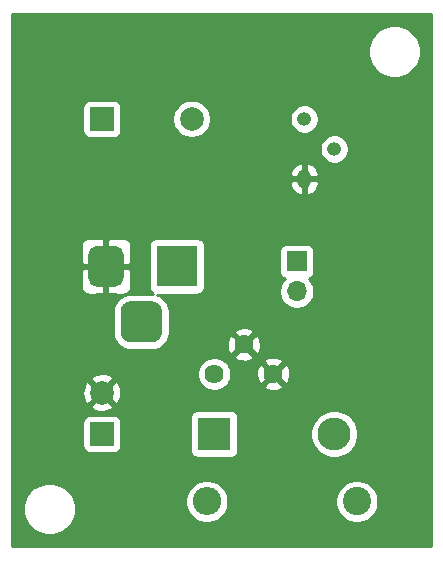
<source format=gbr>
%TF.GenerationSoftware,KiCad,Pcbnew,(5.1.10)-1*%
%TF.CreationDate,2021-10-26T01:17:56+07:00*%
%TF.ProjectId,first,66697273-742e-46b6-9963-61645f706362,rev?*%
%TF.SameCoordinates,Original*%
%TF.FileFunction,Copper,L1,Top*%
%TF.FilePolarity,Positive*%
%FSLAX46Y46*%
G04 Gerber Fmt 4.6, Leading zero omitted, Abs format (unit mm)*
G04 Created by KiCad (PCBNEW (5.1.10)-1) date 2021-10-26 01:17:56*
%MOMM*%
%LPD*%
G01*
G04 APERTURE LIST*
%TA.AperFunction,ComponentPad*%
%ADD10O,1.700000X1.700000*%
%TD*%
%TA.AperFunction,ComponentPad*%
%ADD11R,1.700000X1.700000*%
%TD*%
%TA.AperFunction,ComponentPad*%
%ADD12R,2.000000X2.000000*%
%TD*%
%TA.AperFunction,ComponentPad*%
%ADD13C,2.000000*%
%TD*%
%TA.AperFunction,ComponentPad*%
%ADD14R,2.800000X2.800000*%
%TD*%
%TA.AperFunction,ComponentPad*%
%ADD15O,2.800000X2.800000*%
%TD*%
%TA.AperFunction,ComponentPad*%
%ADD16R,3.500000X3.500000*%
%TD*%
%TA.AperFunction,ComponentPad*%
%ADD17O,1.200000X1.600000*%
%TD*%
%TA.AperFunction,ComponentPad*%
%ADD18O,1.200000X1.200000*%
%TD*%
%TA.AperFunction,ComponentPad*%
%ADD19C,2.400000*%
%TD*%
%TA.AperFunction,ComponentPad*%
%ADD20O,2.400000X2.400000*%
%TD*%
%TA.AperFunction,ComponentPad*%
%ADD21C,1.620000*%
%TD*%
%TA.AperFunction,Conductor*%
%ADD22C,0.254000*%
%TD*%
%TA.AperFunction,Conductor*%
%ADD23C,0.100000*%
%TD*%
G04 APERTURE END LIST*
D10*
%TO.P,TH1,2*%
%TO.N,Net-(D1-Pad1)*%
X95250000Y-94615000D03*
D11*
%TO.P,TH1,1*%
%TO.N,Net-(BZ1-Pad1)*%
X95250000Y-92075000D03*
%TD*%
D12*
%TO.P,BZ1,1*%
%TO.N,Net-(BZ1-Pad1)*%
X78740000Y-80010000D03*
D13*
%TO.P,BZ1,2*%
%TO.N,Net-(BZ1-Pad2)*%
X86340000Y-80010000D03*
%TD*%
D12*
%TO.P,C1,1*%
%TO.N,Net-(C1-Pad1)*%
X78740000Y-106680000D03*
D13*
%TO.P,C1,2*%
%TO.N,Net-(C1-Pad2)*%
X78740000Y-103180000D03*
%TD*%
D14*
%TO.P,D1,1*%
%TO.N,Net-(D1-Pad1)*%
X88265000Y-106680000D03*
D15*
%TO.P,D1,2*%
%TO.N,Net-(C1-Pad1)*%
X98425000Y-106680000D03*
%TD*%
D16*
%TO.P,J1,1*%
%TO.N,Net-(BZ1-Pad1)*%
X85090000Y-92490001D03*
%TO.P,J1,2*%
%TO.N,Net-(C1-Pad2)*%
%TA.AperFunction,ComponentPad*%
G36*
G01*
X77590000Y-93490001D02*
X77590000Y-91490001D01*
G75*
G02*
X78340000Y-90740001I750000J0D01*
G01*
X79840000Y-90740001D01*
G75*
G02*
X80590000Y-91490001I0J-750000D01*
G01*
X80590000Y-93490001D01*
G75*
G02*
X79840000Y-94240001I-750000J0D01*
G01*
X78340000Y-94240001D01*
G75*
G02*
X77590000Y-93490001I0J750000D01*
G01*
G37*
%TD.AperFunction*%
%TO.P,J1,3*%
%TO.N,Net-(J1-Pad3)*%
%TA.AperFunction,ComponentPad*%
G36*
G01*
X80340000Y-98065001D02*
X80340000Y-96315001D01*
G75*
G02*
X81215000Y-95440001I875000J0D01*
G01*
X82965000Y-95440001D01*
G75*
G02*
X83840000Y-96315001I0J-875000D01*
G01*
X83840000Y-98065001D01*
G75*
G02*
X82965000Y-98940001I-875000J0D01*
G01*
X81215000Y-98940001D01*
G75*
G02*
X80340000Y-98065001I0J875000D01*
G01*
G37*
%TD.AperFunction*%
%TD*%
D17*
%TO.P,Q1,1*%
%TO.N,Net-(C1-Pad2)*%
X95885000Y-85090000D03*
D18*
%TO.P,Q1,2*%
%TO.N,Net-(Q1-Pad2)*%
X98425000Y-82550000D03*
%TO.P,Q1,3*%
%TO.N,Net-(BZ1-Pad2)*%
X95885000Y-80010000D03*
%TD*%
D19*
%TO.P,R1,1*%
%TO.N,Net-(Q1-Pad2)*%
X100330000Y-112395000D03*
D20*
%TO.P,R1,2*%
%TO.N,Net-(C1-Pad1)*%
X87630000Y-112395000D03*
%TD*%
D21*
%TO.P,RV1,3*%
%TO.N,Net-(C1-Pad2)*%
X93265000Y-101600000D03*
%TO.P,RV1,2*%
X90765000Y-99100000D03*
%TO.P,RV1,1*%
%TO.N,Net-(D1-Pad1)*%
X88265000Y-101600000D03*
%TD*%
D22*
%TO.N,Net-(C1-Pad2)*%
X106655000Y-116180000D02*
X71145000Y-116180000D01*
X71145000Y-112809872D01*
X72060000Y-112809872D01*
X72060000Y-113250128D01*
X72145890Y-113681925D01*
X72314369Y-114088669D01*
X72558962Y-114454729D01*
X72870271Y-114766038D01*
X73236331Y-115010631D01*
X73643075Y-115179110D01*
X74074872Y-115265000D01*
X74515128Y-115265000D01*
X74946925Y-115179110D01*
X75353669Y-115010631D01*
X75719729Y-114766038D01*
X76031038Y-114454729D01*
X76275631Y-114088669D01*
X76444110Y-113681925D01*
X76530000Y-113250128D01*
X76530000Y-112809872D01*
X76444110Y-112378075D01*
X76376259Y-112214268D01*
X85795000Y-112214268D01*
X85795000Y-112575732D01*
X85865518Y-112930250D01*
X86003844Y-113264199D01*
X86204662Y-113564744D01*
X86460256Y-113820338D01*
X86760801Y-114021156D01*
X87094750Y-114159482D01*
X87449268Y-114230000D01*
X87810732Y-114230000D01*
X88165250Y-114159482D01*
X88499199Y-114021156D01*
X88799744Y-113820338D01*
X89055338Y-113564744D01*
X89256156Y-113264199D01*
X89394482Y-112930250D01*
X89465000Y-112575732D01*
X89465000Y-112214268D01*
X98495000Y-112214268D01*
X98495000Y-112575732D01*
X98565518Y-112930250D01*
X98703844Y-113264199D01*
X98904662Y-113564744D01*
X99160256Y-113820338D01*
X99460801Y-114021156D01*
X99794750Y-114159482D01*
X100149268Y-114230000D01*
X100510732Y-114230000D01*
X100865250Y-114159482D01*
X101199199Y-114021156D01*
X101499744Y-113820338D01*
X101755338Y-113564744D01*
X101956156Y-113264199D01*
X102094482Y-112930250D01*
X102165000Y-112575732D01*
X102165000Y-112214268D01*
X102094482Y-111859750D01*
X101956156Y-111525801D01*
X101755338Y-111225256D01*
X101499744Y-110969662D01*
X101199199Y-110768844D01*
X100865250Y-110630518D01*
X100510732Y-110560000D01*
X100149268Y-110560000D01*
X99794750Y-110630518D01*
X99460801Y-110768844D01*
X99160256Y-110969662D01*
X98904662Y-111225256D01*
X98703844Y-111525801D01*
X98565518Y-111859750D01*
X98495000Y-112214268D01*
X89465000Y-112214268D01*
X89394482Y-111859750D01*
X89256156Y-111525801D01*
X89055338Y-111225256D01*
X88799744Y-110969662D01*
X88499199Y-110768844D01*
X88165250Y-110630518D01*
X87810732Y-110560000D01*
X87449268Y-110560000D01*
X87094750Y-110630518D01*
X86760801Y-110768844D01*
X86460256Y-110969662D01*
X86204662Y-111225256D01*
X86003844Y-111525801D01*
X85865518Y-111859750D01*
X85795000Y-112214268D01*
X76376259Y-112214268D01*
X76275631Y-111971331D01*
X76031038Y-111605271D01*
X75719729Y-111293962D01*
X75353669Y-111049369D01*
X74946925Y-110880890D01*
X74515128Y-110795000D01*
X74074872Y-110795000D01*
X73643075Y-110880890D01*
X73236331Y-111049369D01*
X72870271Y-111293962D01*
X72558962Y-111605271D01*
X72314369Y-111971331D01*
X72145890Y-112378075D01*
X72060000Y-112809872D01*
X71145000Y-112809872D01*
X71145000Y-105680000D01*
X77101928Y-105680000D01*
X77101928Y-107680000D01*
X77114188Y-107804482D01*
X77150498Y-107924180D01*
X77209463Y-108034494D01*
X77288815Y-108131185D01*
X77385506Y-108210537D01*
X77495820Y-108269502D01*
X77615518Y-108305812D01*
X77740000Y-108318072D01*
X79740000Y-108318072D01*
X79864482Y-108305812D01*
X79984180Y-108269502D01*
X80094494Y-108210537D01*
X80191185Y-108131185D01*
X80270537Y-108034494D01*
X80329502Y-107924180D01*
X80365812Y-107804482D01*
X80378072Y-107680000D01*
X80378072Y-105680000D01*
X80365812Y-105555518D01*
X80329502Y-105435820D01*
X80270537Y-105325506D01*
X80233192Y-105280000D01*
X86226928Y-105280000D01*
X86226928Y-108080000D01*
X86239188Y-108204482D01*
X86275498Y-108324180D01*
X86334463Y-108434494D01*
X86413815Y-108531185D01*
X86510506Y-108610537D01*
X86620820Y-108669502D01*
X86740518Y-108705812D01*
X86865000Y-108718072D01*
X89665000Y-108718072D01*
X89789482Y-108705812D01*
X89909180Y-108669502D01*
X90019494Y-108610537D01*
X90116185Y-108531185D01*
X90195537Y-108434494D01*
X90254502Y-108324180D01*
X90290812Y-108204482D01*
X90303072Y-108080000D01*
X90303072Y-106479570D01*
X96390000Y-106479570D01*
X96390000Y-106880430D01*
X96468204Y-107273587D01*
X96621607Y-107643934D01*
X96844313Y-107977237D01*
X97127763Y-108260687D01*
X97461066Y-108483393D01*
X97831413Y-108636796D01*
X98224570Y-108715000D01*
X98625430Y-108715000D01*
X99018587Y-108636796D01*
X99388934Y-108483393D01*
X99722237Y-108260687D01*
X100005687Y-107977237D01*
X100228393Y-107643934D01*
X100381796Y-107273587D01*
X100460000Y-106880430D01*
X100460000Y-106479570D01*
X100381796Y-106086413D01*
X100228393Y-105716066D01*
X100005687Y-105382763D01*
X99722237Y-105099313D01*
X99388934Y-104876607D01*
X99018587Y-104723204D01*
X98625430Y-104645000D01*
X98224570Y-104645000D01*
X97831413Y-104723204D01*
X97461066Y-104876607D01*
X97127763Y-105099313D01*
X96844313Y-105382763D01*
X96621607Y-105716066D01*
X96468204Y-106086413D01*
X96390000Y-106479570D01*
X90303072Y-106479570D01*
X90303072Y-105280000D01*
X90290812Y-105155518D01*
X90254502Y-105035820D01*
X90195537Y-104925506D01*
X90116185Y-104828815D01*
X90019494Y-104749463D01*
X89909180Y-104690498D01*
X89789482Y-104654188D01*
X89665000Y-104641928D01*
X86865000Y-104641928D01*
X86740518Y-104654188D01*
X86620820Y-104690498D01*
X86510506Y-104749463D01*
X86413815Y-104828815D01*
X86334463Y-104925506D01*
X86275498Y-105035820D01*
X86239188Y-105155518D01*
X86226928Y-105280000D01*
X80233192Y-105280000D01*
X80191185Y-105228815D01*
X80094494Y-105149463D01*
X79984180Y-105090498D01*
X79864482Y-105054188D01*
X79740000Y-105041928D01*
X77740000Y-105041928D01*
X77615518Y-105054188D01*
X77495820Y-105090498D01*
X77385506Y-105149463D01*
X77288815Y-105228815D01*
X77209463Y-105325506D01*
X77150498Y-105435820D01*
X77114188Y-105555518D01*
X77101928Y-105680000D01*
X71145000Y-105680000D01*
X71145000Y-104315413D01*
X77784192Y-104315413D01*
X77879956Y-104579814D01*
X78169571Y-104720704D01*
X78481108Y-104802384D01*
X78802595Y-104821718D01*
X79121675Y-104777961D01*
X79426088Y-104672795D01*
X79600044Y-104579814D01*
X79695808Y-104315413D01*
X78740000Y-103359605D01*
X77784192Y-104315413D01*
X71145000Y-104315413D01*
X71145000Y-103242595D01*
X77098282Y-103242595D01*
X77142039Y-103561675D01*
X77247205Y-103866088D01*
X77340186Y-104040044D01*
X77604587Y-104135808D01*
X78560395Y-103180000D01*
X78919605Y-103180000D01*
X79875413Y-104135808D01*
X80139814Y-104040044D01*
X80280704Y-103750429D01*
X80362384Y-103438892D01*
X80381718Y-103117405D01*
X80337961Y-102798325D01*
X80232795Y-102493912D01*
X80139814Y-102319956D01*
X79875413Y-102224192D01*
X78919605Y-103180000D01*
X78560395Y-103180000D01*
X77604587Y-102224192D01*
X77340186Y-102319956D01*
X77199296Y-102609571D01*
X77117616Y-102921108D01*
X77098282Y-103242595D01*
X71145000Y-103242595D01*
X71145000Y-102044587D01*
X77784192Y-102044587D01*
X78740000Y-103000395D01*
X79695808Y-102044587D01*
X79600044Y-101780186D01*
X79310429Y-101639296D01*
X78998892Y-101557616D01*
X78677405Y-101538282D01*
X78358325Y-101582039D01*
X78053912Y-101687205D01*
X77879956Y-101780186D01*
X77784192Y-102044587D01*
X71145000Y-102044587D01*
X71145000Y-101457680D01*
X86820000Y-101457680D01*
X86820000Y-101742320D01*
X86875530Y-102021491D01*
X86984457Y-102284464D01*
X87142595Y-102521134D01*
X87343866Y-102722405D01*
X87580536Y-102880543D01*
X87843509Y-102989470D01*
X88122680Y-103045000D01*
X88407320Y-103045000D01*
X88686491Y-102989470D01*
X88949464Y-102880543D01*
X89186134Y-102722405D01*
X89308696Y-102599843D01*
X92444762Y-102599843D01*
X92517556Y-102844832D01*
X92774773Y-102966733D01*
X93050829Y-103036110D01*
X93335115Y-103050298D01*
X93616706Y-103008752D01*
X93884783Y-102913068D01*
X94012444Y-102844832D01*
X94085238Y-102599843D01*
X93265000Y-101779605D01*
X92444762Y-102599843D01*
X89308696Y-102599843D01*
X89387405Y-102521134D01*
X89545543Y-102284464D01*
X89654470Y-102021491D01*
X89710000Y-101742320D01*
X89710000Y-101670115D01*
X91814702Y-101670115D01*
X91856248Y-101951706D01*
X91951932Y-102219783D01*
X92020168Y-102347444D01*
X92265157Y-102420238D01*
X93085395Y-101600000D01*
X93444605Y-101600000D01*
X94264843Y-102420238D01*
X94509832Y-102347444D01*
X94631733Y-102090227D01*
X94701110Y-101814171D01*
X94715298Y-101529885D01*
X94673752Y-101248294D01*
X94578068Y-100980217D01*
X94509832Y-100852556D01*
X94264843Y-100779762D01*
X93444605Y-101600000D01*
X93085395Y-101600000D01*
X92265157Y-100779762D01*
X92020168Y-100852556D01*
X91898267Y-101109773D01*
X91828890Y-101385829D01*
X91814702Y-101670115D01*
X89710000Y-101670115D01*
X89710000Y-101457680D01*
X89654470Y-101178509D01*
X89545543Y-100915536D01*
X89387405Y-100678866D01*
X89308696Y-100600157D01*
X92444762Y-100600157D01*
X93265000Y-101420395D01*
X94085238Y-100600157D01*
X94012444Y-100355168D01*
X93755227Y-100233267D01*
X93479171Y-100163890D01*
X93194885Y-100149702D01*
X92913294Y-100191248D01*
X92645217Y-100286932D01*
X92517556Y-100355168D01*
X92444762Y-100600157D01*
X89308696Y-100600157D01*
X89186134Y-100477595D01*
X88949464Y-100319457D01*
X88686491Y-100210530D01*
X88407320Y-100155000D01*
X88122680Y-100155000D01*
X87843509Y-100210530D01*
X87580536Y-100319457D01*
X87343866Y-100477595D01*
X87142595Y-100678866D01*
X86984457Y-100915536D01*
X86875530Y-101178509D01*
X86820000Y-101457680D01*
X71145000Y-101457680D01*
X71145000Y-100099843D01*
X89944762Y-100099843D01*
X90017556Y-100344832D01*
X90274773Y-100466733D01*
X90550829Y-100536110D01*
X90835115Y-100550298D01*
X91116706Y-100508752D01*
X91384783Y-100413068D01*
X91512444Y-100344832D01*
X91585238Y-100099843D01*
X90765000Y-99279605D01*
X89944762Y-100099843D01*
X71145000Y-100099843D01*
X71145000Y-96315001D01*
X79701928Y-96315001D01*
X79701928Y-98065001D01*
X79731001Y-98360187D01*
X79817104Y-98644029D01*
X79956927Y-98905619D01*
X80145097Y-99134904D01*
X80374382Y-99323074D01*
X80635972Y-99462897D01*
X80919814Y-99549000D01*
X81215000Y-99578073D01*
X82965000Y-99578073D01*
X83260186Y-99549000D01*
X83544028Y-99462897D01*
X83805618Y-99323074D01*
X83991998Y-99170115D01*
X89314702Y-99170115D01*
X89356248Y-99451706D01*
X89451932Y-99719783D01*
X89520168Y-99847444D01*
X89765157Y-99920238D01*
X90585395Y-99100000D01*
X90944605Y-99100000D01*
X91764843Y-99920238D01*
X92009832Y-99847444D01*
X92131733Y-99590227D01*
X92201110Y-99314171D01*
X92215298Y-99029885D01*
X92173752Y-98748294D01*
X92078068Y-98480217D01*
X92009832Y-98352556D01*
X91764843Y-98279762D01*
X90944605Y-99100000D01*
X90585395Y-99100000D01*
X89765157Y-98279762D01*
X89520168Y-98352556D01*
X89398267Y-98609773D01*
X89328890Y-98885829D01*
X89314702Y-99170115D01*
X83991998Y-99170115D01*
X84034903Y-99134904D01*
X84223073Y-98905619D01*
X84362896Y-98644029D01*
X84448999Y-98360187D01*
X84474609Y-98100157D01*
X89944762Y-98100157D01*
X90765000Y-98920395D01*
X91585238Y-98100157D01*
X91512444Y-97855168D01*
X91255227Y-97733267D01*
X90979171Y-97663890D01*
X90694885Y-97649702D01*
X90413294Y-97691248D01*
X90145217Y-97786932D01*
X90017556Y-97855168D01*
X89944762Y-98100157D01*
X84474609Y-98100157D01*
X84478072Y-98065001D01*
X84478072Y-96315001D01*
X84448999Y-96019815D01*
X84362896Y-95735973D01*
X84223073Y-95474383D01*
X84034903Y-95245098D01*
X83805618Y-95056928D01*
X83544028Y-94917105D01*
X83415357Y-94878073D01*
X86840000Y-94878073D01*
X86964482Y-94865813D01*
X87084180Y-94829503D01*
X87194494Y-94770538D01*
X87291185Y-94691186D01*
X87370537Y-94594495D01*
X87429502Y-94484181D01*
X87465812Y-94364483D01*
X87478072Y-94240001D01*
X87478072Y-91225000D01*
X93761928Y-91225000D01*
X93761928Y-92925000D01*
X93774188Y-93049482D01*
X93810498Y-93169180D01*
X93869463Y-93279494D01*
X93948815Y-93376185D01*
X94045506Y-93455537D01*
X94155820Y-93514502D01*
X94228380Y-93536513D01*
X94096525Y-93668368D01*
X93934010Y-93911589D01*
X93822068Y-94181842D01*
X93765000Y-94468740D01*
X93765000Y-94761260D01*
X93822068Y-95048158D01*
X93934010Y-95318411D01*
X94096525Y-95561632D01*
X94303368Y-95768475D01*
X94546589Y-95930990D01*
X94816842Y-96042932D01*
X95103740Y-96100000D01*
X95396260Y-96100000D01*
X95683158Y-96042932D01*
X95953411Y-95930990D01*
X96196632Y-95768475D01*
X96403475Y-95561632D01*
X96565990Y-95318411D01*
X96677932Y-95048158D01*
X96735000Y-94761260D01*
X96735000Y-94468740D01*
X96677932Y-94181842D01*
X96565990Y-93911589D01*
X96403475Y-93668368D01*
X96271620Y-93536513D01*
X96344180Y-93514502D01*
X96454494Y-93455537D01*
X96551185Y-93376185D01*
X96630537Y-93279494D01*
X96689502Y-93169180D01*
X96725812Y-93049482D01*
X96738072Y-92925000D01*
X96738072Y-91225000D01*
X96725812Y-91100518D01*
X96689502Y-90980820D01*
X96630537Y-90870506D01*
X96551185Y-90773815D01*
X96454494Y-90694463D01*
X96344180Y-90635498D01*
X96224482Y-90599188D01*
X96100000Y-90586928D01*
X94400000Y-90586928D01*
X94275518Y-90599188D01*
X94155820Y-90635498D01*
X94045506Y-90694463D01*
X93948815Y-90773815D01*
X93869463Y-90870506D01*
X93810498Y-90980820D01*
X93774188Y-91100518D01*
X93761928Y-91225000D01*
X87478072Y-91225000D01*
X87478072Y-90740001D01*
X87465812Y-90615519D01*
X87429502Y-90495821D01*
X87370537Y-90385507D01*
X87291185Y-90288816D01*
X87194494Y-90209464D01*
X87084180Y-90150499D01*
X86964482Y-90114189D01*
X86840000Y-90101929D01*
X83340000Y-90101929D01*
X83215518Y-90114189D01*
X83095820Y-90150499D01*
X82985506Y-90209464D01*
X82888815Y-90288816D01*
X82809463Y-90385507D01*
X82750498Y-90495821D01*
X82714188Y-90615519D01*
X82701928Y-90740001D01*
X82701928Y-94240001D01*
X82714188Y-94364483D01*
X82750498Y-94484181D01*
X82809463Y-94594495D01*
X82888815Y-94691186D01*
X82985506Y-94770538D01*
X83062131Y-94811495D01*
X82965000Y-94801929D01*
X81215000Y-94801929D01*
X80919814Y-94831002D01*
X80635972Y-94917105D01*
X80374382Y-95056928D01*
X80145097Y-95245098D01*
X79956927Y-95474383D01*
X79817104Y-95735973D01*
X79731001Y-96019815D01*
X79701928Y-96315001D01*
X71145000Y-96315001D01*
X71145000Y-94240001D01*
X76951928Y-94240001D01*
X76964188Y-94364483D01*
X77000498Y-94484181D01*
X77059463Y-94594495D01*
X77138815Y-94691186D01*
X77235506Y-94770538D01*
X77345820Y-94829503D01*
X77465518Y-94865813D01*
X77590000Y-94878073D01*
X78804250Y-94875001D01*
X78963000Y-94716251D01*
X78963000Y-92617001D01*
X79217000Y-92617001D01*
X79217000Y-94716251D01*
X79375750Y-94875001D01*
X80590000Y-94878073D01*
X80714482Y-94865813D01*
X80834180Y-94829503D01*
X80944494Y-94770538D01*
X81041185Y-94691186D01*
X81120537Y-94594495D01*
X81179502Y-94484181D01*
X81215812Y-94364483D01*
X81228072Y-94240001D01*
X81225000Y-92775751D01*
X81066250Y-92617001D01*
X79217000Y-92617001D01*
X78963000Y-92617001D01*
X77113750Y-92617001D01*
X76955000Y-92775751D01*
X76951928Y-94240001D01*
X71145000Y-94240001D01*
X71145000Y-90740001D01*
X76951928Y-90740001D01*
X76955000Y-92204251D01*
X77113750Y-92363001D01*
X78963000Y-92363001D01*
X78963000Y-90263751D01*
X79217000Y-90263751D01*
X79217000Y-92363001D01*
X81066250Y-92363001D01*
X81225000Y-92204251D01*
X81228072Y-90740001D01*
X81215812Y-90615519D01*
X81179502Y-90495821D01*
X81120537Y-90385507D01*
X81041185Y-90288816D01*
X80944494Y-90209464D01*
X80834180Y-90150499D01*
X80714482Y-90114189D01*
X80590000Y-90101929D01*
X79375750Y-90105001D01*
X79217000Y-90263751D01*
X78963000Y-90263751D01*
X78804250Y-90105001D01*
X77590000Y-90101929D01*
X77465518Y-90114189D01*
X77345820Y-90150499D01*
X77235506Y-90209464D01*
X77138815Y-90288816D01*
X77059463Y-90385507D01*
X77000498Y-90495821D01*
X76964188Y-90615519D01*
X76951928Y-90740001D01*
X71145000Y-90740001D01*
X71145000Y-85411681D01*
X94650087Y-85411681D01*
X94697554Y-85650263D01*
X94790654Y-85875000D01*
X94925809Y-86077256D01*
X95097826Y-86249258D01*
X95300093Y-86384396D01*
X95524838Y-86477477D01*
X95567391Y-86483462D01*
X95758000Y-86358731D01*
X95758000Y-85217000D01*
X96012000Y-85217000D01*
X96012000Y-86358731D01*
X96202609Y-86483462D01*
X96245162Y-86477477D01*
X96469907Y-86384396D01*
X96672174Y-86249258D01*
X96844191Y-86077256D01*
X96979346Y-85875000D01*
X97072446Y-85650263D01*
X97119913Y-85411681D01*
X96964994Y-85217000D01*
X96012000Y-85217000D01*
X95758000Y-85217000D01*
X94805006Y-85217000D01*
X94650087Y-85411681D01*
X71145000Y-85411681D01*
X71145000Y-84768319D01*
X94650087Y-84768319D01*
X94805006Y-84963000D01*
X95758000Y-84963000D01*
X95758000Y-83821269D01*
X96012000Y-83821269D01*
X96012000Y-84963000D01*
X96964994Y-84963000D01*
X97119913Y-84768319D01*
X97072446Y-84529737D01*
X96979346Y-84305000D01*
X96844191Y-84102744D01*
X96672174Y-83930742D01*
X96469907Y-83795604D01*
X96245162Y-83702523D01*
X96202609Y-83696538D01*
X96012000Y-83821269D01*
X95758000Y-83821269D01*
X95567391Y-83696538D01*
X95524838Y-83702523D01*
X95300093Y-83795604D01*
X95097826Y-83930742D01*
X94925809Y-84102744D01*
X94790654Y-84305000D01*
X94697554Y-84529737D01*
X94650087Y-84768319D01*
X71145000Y-84768319D01*
X71145000Y-82428363D01*
X97190000Y-82428363D01*
X97190000Y-82671637D01*
X97237460Y-82910236D01*
X97330557Y-83134992D01*
X97465713Y-83337267D01*
X97637733Y-83509287D01*
X97840008Y-83644443D01*
X98064764Y-83737540D01*
X98303363Y-83785000D01*
X98546637Y-83785000D01*
X98785236Y-83737540D01*
X99009992Y-83644443D01*
X99212267Y-83509287D01*
X99384287Y-83337267D01*
X99519443Y-83134992D01*
X99612540Y-82910236D01*
X99660000Y-82671637D01*
X99660000Y-82428363D01*
X99612540Y-82189764D01*
X99519443Y-81965008D01*
X99384287Y-81762733D01*
X99212267Y-81590713D01*
X99009992Y-81455557D01*
X98785236Y-81362460D01*
X98546637Y-81315000D01*
X98303363Y-81315000D01*
X98064764Y-81362460D01*
X97840008Y-81455557D01*
X97637733Y-81590713D01*
X97465713Y-81762733D01*
X97330557Y-81965008D01*
X97237460Y-82189764D01*
X97190000Y-82428363D01*
X71145000Y-82428363D01*
X71145000Y-79010000D01*
X77101928Y-79010000D01*
X77101928Y-81010000D01*
X77114188Y-81134482D01*
X77150498Y-81254180D01*
X77209463Y-81364494D01*
X77288815Y-81461185D01*
X77385506Y-81540537D01*
X77495820Y-81599502D01*
X77615518Y-81635812D01*
X77740000Y-81648072D01*
X79740000Y-81648072D01*
X79864482Y-81635812D01*
X79984180Y-81599502D01*
X80094494Y-81540537D01*
X80191185Y-81461185D01*
X80270537Y-81364494D01*
X80329502Y-81254180D01*
X80365812Y-81134482D01*
X80378072Y-81010000D01*
X80378072Y-79848967D01*
X84705000Y-79848967D01*
X84705000Y-80171033D01*
X84767832Y-80486912D01*
X84891082Y-80784463D01*
X85070013Y-81052252D01*
X85297748Y-81279987D01*
X85565537Y-81458918D01*
X85863088Y-81582168D01*
X86178967Y-81645000D01*
X86501033Y-81645000D01*
X86816912Y-81582168D01*
X87114463Y-81458918D01*
X87382252Y-81279987D01*
X87609987Y-81052252D01*
X87788918Y-80784463D01*
X87912168Y-80486912D01*
X87975000Y-80171033D01*
X87975000Y-79888363D01*
X94650000Y-79888363D01*
X94650000Y-80131637D01*
X94697460Y-80370236D01*
X94790557Y-80594992D01*
X94925713Y-80797267D01*
X95097733Y-80969287D01*
X95300008Y-81104443D01*
X95524764Y-81197540D01*
X95763363Y-81245000D01*
X96006637Y-81245000D01*
X96245236Y-81197540D01*
X96469992Y-81104443D01*
X96672267Y-80969287D01*
X96844287Y-80797267D01*
X96979443Y-80594992D01*
X97072540Y-80370236D01*
X97120000Y-80131637D01*
X97120000Y-79888363D01*
X97072540Y-79649764D01*
X96979443Y-79425008D01*
X96844287Y-79222733D01*
X96672267Y-79050713D01*
X96469992Y-78915557D01*
X96245236Y-78822460D01*
X96006637Y-78775000D01*
X95763363Y-78775000D01*
X95524764Y-78822460D01*
X95300008Y-78915557D01*
X95097733Y-79050713D01*
X94925713Y-79222733D01*
X94790557Y-79425008D01*
X94697460Y-79649764D01*
X94650000Y-79888363D01*
X87975000Y-79888363D01*
X87975000Y-79848967D01*
X87912168Y-79533088D01*
X87788918Y-79235537D01*
X87609987Y-78967748D01*
X87382252Y-78740013D01*
X87114463Y-78561082D01*
X86816912Y-78437832D01*
X86501033Y-78375000D01*
X86178967Y-78375000D01*
X85863088Y-78437832D01*
X85565537Y-78561082D01*
X85297748Y-78740013D01*
X85070013Y-78967748D01*
X84891082Y-79235537D01*
X84767832Y-79533088D01*
X84705000Y-79848967D01*
X80378072Y-79848967D01*
X80378072Y-79010000D01*
X80365812Y-78885518D01*
X80329502Y-78765820D01*
X80270537Y-78655506D01*
X80191185Y-78558815D01*
X80094494Y-78479463D01*
X79984180Y-78420498D01*
X79864482Y-78384188D01*
X79740000Y-78371928D01*
X77740000Y-78371928D01*
X77615518Y-78384188D01*
X77495820Y-78420498D01*
X77385506Y-78479463D01*
X77288815Y-78558815D01*
X77209463Y-78655506D01*
X77150498Y-78765820D01*
X77114188Y-78885518D01*
X77101928Y-79010000D01*
X71145000Y-79010000D01*
X71145000Y-74074872D01*
X101270000Y-74074872D01*
X101270000Y-74515128D01*
X101355890Y-74946925D01*
X101524369Y-75353669D01*
X101768962Y-75719729D01*
X102080271Y-76031038D01*
X102446331Y-76275631D01*
X102853075Y-76444110D01*
X103284872Y-76530000D01*
X103725128Y-76530000D01*
X104156925Y-76444110D01*
X104563669Y-76275631D01*
X104929729Y-76031038D01*
X105241038Y-75719729D01*
X105485631Y-75353669D01*
X105654110Y-74946925D01*
X105740000Y-74515128D01*
X105740000Y-74074872D01*
X105654110Y-73643075D01*
X105485631Y-73236331D01*
X105241038Y-72870271D01*
X104929729Y-72558962D01*
X104563669Y-72314369D01*
X104156925Y-72145890D01*
X103725128Y-72060000D01*
X103284872Y-72060000D01*
X102853075Y-72145890D01*
X102446331Y-72314369D01*
X102080271Y-72558962D01*
X101768962Y-72870271D01*
X101524369Y-73236331D01*
X101355890Y-73643075D01*
X101270000Y-74074872D01*
X71145000Y-74074872D01*
X71145000Y-71145000D01*
X106655001Y-71145000D01*
X106655000Y-116180000D01*
%TA.AperFunction,Conductor*%
D23*
G36*
X106655000Y-116180000D02*
G01*
X71145000Y-116180000D01*
X71145000Y-112809872D01*
X72060000Y-112809872D01*
X72060000Y-113250128D01*
X72145890Y-113681925D01*
X72314369Y-114088669D01*
X72558962Y-114454729D01*
X72870271Y-114766038D01*
X73236331Y-115010631D01*
X73643075Y-115179110D01*
X74074872Y-115265000D01*
X74515128Y-115265000D01*
X74946925Y-115179110D01*
X75353669Y-115010631D01*
X75719729Y-114766038D01*
X76031038Y-114454729D01*
X76275631Y-114088669D01*
X76444110Y-113681925D01*
X76530000Y-113250128D01*
X76530000Y-112809872D01*
X76444110Y-112378075D01*
X76376259Y-112214268D01*
X85795000Y-112214268D01*
X85795000Y-112575732D01*
X85865518Y-112930250D01*
X86003844Y-113264199D01*
X86204662Y-113564744D01*
X86460256Y-113820338D01*
X86760801Y-114021156D01*
X87094750Y-114159482D01*
X87449268Y-114230000D01*
X87810732Y-114230000D01*
X88165250Y-114159482D01*
X88499199Y-114021156D01*
X88799744Y-113820338D01*
X89055338Y-113564744D01*
X89256156Y-113264199D01*
X89394482Y-112930250D01*
X89465000Y-112575732D01*
X89465000Y-112214268D01*
X98495000Y-112214268D01*
X98495000Y-112575732D01*
X98565518Y-112930250D01*
X98703844Y-113264199D01*
X98904662Y-113564744D01*
X99160256Y-113820338D01*
X99460801Y-114021156D01*
X99794750Y-114159482D01*
X100149268Y-114230000D01*
X100510732Y-114230000D01*
X100865250Y-114159482D01*
X101199199Y-114021156D01*
X101499744Y-113820338D01*
X101755338Y-113564744D01*
X101956156Y-113264199D01*
X102094482Y-112930250D01*
X102165000Y-112575732D01*
X102165000Y-112214268D01*
X102094482Y-111859750D01*
X101956156Y-111525801D01*
X101755338Y-111225256D01*
X101499744Y-110969662D01*
X101199199Y-110768844D01*
X100865250Y-110630518D01*
X100510732Y-110560000D01*
X100149268Y-110560000D01*
X99794750Y-110630518D01*
X99460801Y-110768844D01*
X99160256Y-110969662D01*
X98904662Y-111225256D01*
X98703844Y-111525801D01*
X98565518Y-111859750D01*
X98495000Y-112214268D01*
X89465000Y-112214268D01*
X89394482Y-111859750D01*
X89256156Y-111525801D01*
X89055338Y-111225256D01*
X88799744Y-110969662D01*
X88499199Y-110768844D01*
X88165250Y-110630518D01*
X87810732Y-110560000D01*
X87449268Y-110560000D01*
X87094750Y-110630518D01*
X86760801Y-110768844D01*
X86460256Y-110969662D01*
X86204662Y-111225256D01*
X86003844Y-111525801D01*
X85865518Y-111859750D01*
X85795000Y-112214268D01*
X76376259Y-112214268D01*
X76275631Y-111971331D01*
X76031038Y-111605271D01*
X75719729Y-111293962D01*
X75353669Y-111049369D01*
X74946925Y-110880890D01*
X74515128Y-110795000D01*
X74074872Y-110795000D01*
X73643075Y-110880890D01*
X73236331Y-111049369D01*
X72870271Y-111293962D01*
X72558962Y-111605271D01*
X72314369Y-111971331D01*
X72145890Y-112378075D01*
X72060000Y-112809872D01*
X71145000Y-112809872D01*
X71145000Y-105680000D01*
X77101928Y-105680000D01*
X77101928Y-107680000D01*
X77114188Y-107804482D01*
X77150498Y-107924180D01*
X77209463Y-108034494D01*
X77288815Y-108131185D01*
X77385506Y-108210537D01*
X77495820Y-108269502D01*
X77615518Y-108305812D01*
X77740000Y-108318072D01*
X79740000Y-108318072D01*
X79864482Y-108305812D01*
X79984180Y-108269502D01*
X80094494Y-108210537D01*
X80191185Y-108131185D01*
X80270537Y-108034494D01*
X80329502Y-107924180D01*
X80365812Y-107804482D01*
X80378072Y-107680000D01*
X80378072Y-105680000D01*
X80365812Y-105555518D01*
X80329502Y-105435820D01*
X80270537Y-105325506D01*
X80233192Y-105280000D01*
X86226928Y-105280000D01*
X86226928Y-108080000D01*
X86239188Y-108204482D01*
X86275498Y-108324180D01*
X86334463Y-108434494D01*
X86413815Y-108531185D01*
X86510506Y-108610537D01*
X86620820Y-108669502D01*
X86740518Y-108705812D01*
X86865000Y-108718072D01*
X89665000Y-108718072D01*
X89789482Y-108705812D01*
X89909180Y-108669502D01*
X90019494Y-108610537D01*
X90116185Y-108531185D01*
X90195537Y-108434494D01*
X90254502Y-108324180D01*
X90290812Y-108204482D01*
X90303072Y-108080000D01*
X90303072Y-106479570D01*
X96390000Y-106479570D01*
X96390000Y-106880430D01*
X96468204Y-107273587D01*
X96621607Y-107643934D01*
X96844313Y-107977237D01*
X97127763Y-108260687D01*
X97461066Y-108483393D01*
X97831413Y-108636796D01*
X98224570Y-108715000D01*
X98625430Y-108715000D01*
X99018587Y-108636796D01*
X99388934Y-108483393D01*
X99722237Y-108260687D01*
X100005687Y-107977237D01*
X100228393Y-107643934D01*
X100381796Y-107273587D01*
X100460000Y-106880430D01*
X100460000Y-106479570D01*
X100381796Y-106086413D01*
X100228393Y-105716066D01*
X100005687Y-105382763D01*
X99722237Y-105099313D01*
X99388934Y-104876607D01*
X99018587Y-104723204D01*
X98625430Y-104645000D01*
X98224570Y-104645000D01*
X97831413Y-104723204D01*
X97461066Y-104876607D01*
X97127763Y-105099313D01*
X96844313Y-105382763D01*
X96621607Y-105716066D01*
X96468204Y-106086413D01*
X96390000Y-106479570D01*
X90303072Y-106479570D01*
X90303072Y-105280000D01*
X90290812Y-105155518D01*
X90254502Y-105035820D01*
X90195537Y-104925506D01*
X90116185Y-104828815D01*
X90019494Y-104749463D01*
X89909180Y-104690498D01*
X89789482Y-104654188D01*
X89665000Y-104641928D01*
X86865000Y-104641928D01*
X86740518Y-104654188D01*
X86620820Y-104690498D01*
X86510506Y-104749463D01*
X86413815Y-104828815D01*
X86334463Y-104925506D01*
X86275498Y-105035820D01*
X86239188Y-105155518D01*
X86226928Y-105280000D01*
X80233192Y-105280000D01*
X80191185Y-105228815D01*
X80094494Y-105149463D01*
X79984180Y-105090498D01*
X79864482Y-105054188D01*
X79740000Y-105041928D01*
X77740000Y-105041928D01*
X77615518Y-105054188D01*
X77495820Y-105090498D01*
X77385506Y-105149463D01*
X77288815Y-105228815D01*
X77209463Y-105325506D01*
X77150498Y-105435820D01*
X77114188Y-105555518D01*
X77101928Y-105680000D01*
X71145000Y-105680000D01*
X71145000Y-104315413D01*
X77784192Y-104315413D01*
X77879956Y-104579814D01*
X78169571Y-104720704D01*
X78481108Y-104802384D01*
X78802595Y-104821718D01*
X79121675Y-104777961D01*
X79426088Y-104672795D01*
X79600044Y-104579814D01*
X79695808Y-104315413D01*
X78740000Y-103359605D01*
X77784192Y-104315413D01*
X71145000Y-104315413D01*
X71145000Y-103242595D01*
X77098282Y-103242595D01*
X77142039Y-103561675D01*
X77247205Y-103866088D01*
X77340186Y-104040044D01*
X77604587Y-104135808D01*
X78560395Y-103180000D01*
X78919605Y-103180000D01*
X79875413Y-104135808D01*
X80139814Y-104040044D01*
X80280704Y-103750429D01*
X80362384Y-103438892D01*
X80381718Y-103117405D01*
X80337961Y-102798325D01*
X80232795Y-102493912D01*
X80139814Y-102319956D01*
X79875413Y-102224192D01*
X78919605Y-103180000D01*
X78560395Y-103180000D01*
X77604587Y-102224192D01*
X77340186Y-102319956D01*
X77199296Y-102609571D01*
X77117616Y-102921108D01*
X77098282Y-103242595D01*
X71145000Y-103242595D01*
X71145000Y-102044587D01*
X77784192Y-102044587D01*
X78740000Y-103000395D01*
X79695808Y-102044587D01*
X79600044Y-101780186D01*
X79310429Y-101639296D01*
X78998892Y-101557616D01*
X78677405Y-101538282D01*
X78358325Y-101582039D01*
X78053912Y-101687205D01*
X77879956Y-101780186D01*
X77784192Y-102044587D01*
X71145000Y-102044587D01*
X71145000Y-101457680D01*
X86820000Y-101457680D01*
X86820000Y-101742320D01*
X86875530Y-102021491D01*
X86984457Y-102284464D01*
X87142595Y-102521134D01*
X87343866Y-102722405D01*
X87580536Y-102880543D01*
X87843509Y-102989470D01*
X88122680Y-103045000D01*
X88407320Y-103045000D01*
X88686491Y-102989470D01*
X88949464Y-102880543D01*
X89186134Y-102722405D01*
X89308696Y-102599843D01*
X92444762Y-102599843D01*
X92517556Y-102844832D01*
X92774773Y-102966733D01*
X93050829Y-103036110D01*
X93335115Y-103050298D01*
X93616706Y-103008752D01*
X93884783Y-102913068D01*
X94012444Y-102844832D01*
X94085238Y-102599843D01*
X93265000Y-101779605D01*
X92444762Y-102599843D01*
X89308696Y-102599843D01*
X89387405Y-102521134D01*
X89545543Y-102284464D01*
X89654470Y-102021491D01*
X89710000Y-101742320D01*
X89710000Y-101670115D01*
X91814702Y-101670115D01*
X91856248Y-101951706D01*
X91951932Y-102219783D01*
X92020168Y-102347444D01*
X92265157Y-102420238D01*
X93085395Y-101600000D01*
X93444605Y-101600000D01*
X94264843Y-102420238D01*
X94509832Y-102347444D01*
X94631733Y-102090227D01*
X94701110Y-101814171D01*
X94715298Y-101529885D01*
X94673752Y-101248294D01*
X94578068Y-100980217D01*
X94509832Y-100852556D01*
X94264843Y-100779762D01*
X93444605Y-101600000D01*
X93085395Y-101600000D01*
X92265157Y-100779762D01*
X92020168Y-100852556D01*
X91898267Y-101109773D01*
X91828890Y-101385829D01*
X91814702Y-101670115D01*
X89710000Y-101670115D01*
X89710000Y-101457680D01*
X89654470Y-101178509D01*
X89545543Y-100915536D01*
X89387405Y-100678866D01*
X89308696Y-100600157D01*
X92444762Y-100600157D01*
X93265000Y-101420395D01*
X94085238Y-100600157D01*
X94012444Y-100355168D01*
X93755227Y-100233267D01*
X93479171Y-100163890D01*
X93194885Y-100149702D01*
X92913294Y-100191248D01*
X92645217Y-100286932D01*
X92517556Y-100355168D01*
X92444762Y-100600157D01*
X89308696Y-100600157D01*
X89186134Y-100477595D01*
X88949464Y-100319457D01*
X88686491Y-100210530D01*
X88407320Y-100155000D01*
X88122680Y-100155000D01*
X87843509Y-100210530D01*
X87580536Y-100319457D01*
X87343866Y-100477595D01*
X87142595Y-100678866D01*
X86984457Y-100915536D01*
X86875530Y-101178509D01*
X86820000Y-101457680D01*
X71145000Y-101457680D01*
X71145000Y-100099843D01*
X89944762Y-100099843D01*
X90017556Y-100344832D01*
X90274773Y-100466733D01*
X90550829Y-100536110D01*
X90835115Y-100550298D01*
X91116706Y-100508752D01*
X91384783Y-100413068D01*
X91512444Y-100344832D01*
X91585238Y-100099843D01*
X90765000Y-99279605D01*
X89944762Y-100099843D01*
X71145000Y-100099843D01*
X71145000Y-96315001D01*
X79701928Y-96315001D01*
X79701928Y-98065001D01*
X79731001Y-98360187D01*
X79817104Y-98644029D01*
X79956927Y-98905619D01*
X80145097Y-99134904D01*
X80374382Y-99323074D01*
X80635972Y-99462897D01*
X80919814Y-99549000D01*
X81215000Y-99578073D01*
X82965000Y-99578073D01*
X83260186Y-99549000D01*
X83544028Y-99462897D01*
X83805618Y-99323074D01*
X83991998Y-99170115D01*
X89314702Y-99170115D01*
X89356248Y-99451706D01*
X89451932Y-99719783D01*
X89520168Y-99847444D01*
X89765157Y-99920238D01*
X90585395Y-99100000D01*
X90944605Y-99100000D01*
X91764843Y-99920238D01*
X92009832Y-99847444D01*
X92131733Y-99590227D01*
X92201110Y-99314171D01*
X92215298Y-99029885D01*
X92173752Y-98748294D01*
X92078068Y-98480217D01*
X92009832Y-98352556D01*
X91764843Y-98279762D01*
X90944605Y-99100000D01*
X90585395Y-99100000D01*
X89765157Y-98279762D01*
X89520168Y-98352556D01*
X89398267Y-98609773D01*
X89328890Y-98885829D01*
X89314702Y-99170115D01*
X83991998Y-99170115D01*
X84034903Y-99134904D01*
X84223073Y-98905619D01*
X84362896Y-98644029D01*
X84448999Y-98360187D01*
X84474609Y-98100157D01*
X89944762Y-98100157D01*
X90765000Y-98920395D01*
X91585238Y-98100157D01*
X91512444Y-97855168D01*
X91255227Y-97733267D01*
X90979171Y-97663890D01*
X90694885Y-97649702D01*
X90413294Y-97691248D01*
X90145217Y-97786932D01*
X90017556Y-97855168D01*
X89944762Y-98100157D01*
X84474609Y-98100157D01*
X84478072Y-98065001D01*
X84478072Y-96315001D01*
X84448999Y-96019815D01*
X84362896Y-95735973D01*
X84223073Y-95474383D01*
X84034903Y-95245098D01*
X83805618Y-95056928D01*
X83544028Y-94917105D01*
X83415357Y-94878073D01*
X86840000Y-94878073D01*
X86964482Y-94865813D01*
X87084180Y-94829503D01*
X87194494Y-94770538D01*
X87291185Y-94691186D01*
X87370537Y-94594495D01*
X87429502Y-94484181D01*
X87465812Y-94364483D01*
X87478072Y-94240001D01*
X87478072Y-91225000D01*
X93761928Y-91225000D01*
X93761928Y-92925000D01*
X93774188Y-93049482D01*
X93810498Y-93169180D01*
X93869463Y-93279494D01*
X93948815Y-93376185D01*
X94045506Y-93455537D01*
X94155820Y-93514502D01*
X94228380Y-93536513D01*
X94096525Y-93668368D01*
X93934010Y-93911589D01*
X93822068Y-94181842D01*
X93765000Y-94468740D01*
X93765000Y-94761260D01*
X93822068Y-95048158D01*
X93934010Y-95318411D01*
X94096525Y-95561632D01*
X94303368Y-95768475D01*
X94546589Y-95930990D01*
X94816842Y-96042932D01*
X95103740Y-96100000D01*
X95396260Y-96100000D01*
X95683158Y-96042932D01*
X95953411Y-95930990D01*
X96196632Y-95768475D01*
X96403475Y-95561632D01*
X96565990Y-95318411D01*
X96677932Y-95048158D01*
X96735000Y-94761260D01*
X96735000Y-94468740D01*
X96677932Y-94181842D01*
X96565990Y-93911589D01*
X96403475Y-93668368D01*
X96271620Y-93536513D01*
X96344180Y-93514502D01*
X96454494Y-93455537D01*
X96551185Y-93376185D01*
X96630537Y-93279494D01*
X96689502Y-93169180D01*
X96725812Y-93049482D01*
X96738072Y-92925000D01*
X96738072Y-91225000D01*
X96725812Y-91100518D01*
X96689502Y-90980820D01*
X96630537Y-90870506D01*
X96551185Y-90773815D01*
X96454494Y-90694463D01*
X96344180Y-90635498D01*
X96224482Y-90599188D01*
X96100000Y-90586928D01*
X94400000Y-90586928D01*
X94275518Y-90599188D01*
X94155820Y-90635498D01*
X94045506Y-90694463D01*
X93948815Y-90773815D01*
X93869463Y-90870506D01*
X93810498Y-90980820D01*
X93774188Y-91100518D01*
X93761928Y-91225000D01*
X87478072Y-91225000D01*
X87478072Y-90740001D01*
X87465812Y-90615519D01*
X87429502Y-90495821D01*
X87370537Y-90385507D01*
X87291185Y-90288816D01*
X87194494Y-90209464D01*
X87084180Y-90150499D01*
X86964482Y-90114189D01*
X86840000Y-90101929D01*
X83340000Y-90101929D01*
X83215518Y-90114189D01*
X83095820Y-90150499D01*
X82985506Y-90209464D01*
X82888815Y-90288816D01*
X82809463Y-90385507D01*
X82750498Y-90495821D01*
X82714188Y-90615519D01*
X82701928Y-90740001D01*
X82701928Y-94240001D01*
X82714188Y-94364483D01*
X82750498Y-94484181D01*
X82809463Y-94594495D01*
X82888815Y-94691186D01*
X82985506Y-94770538D01*
X83062131Y-94811495D01*
X82965000Y-94801929D01*
X81215000Y-94801929D01*
X80919814Y-94831002D01*
X80635972Y-94917105D01*
X80374382Y-95056928D01*
X80145097Y-95245098D01*
X79956927Y-95474383D01*
X79817104Y-95735973D01*
X79731001Y-96019815D01*
X79701928Y-96315001D01*
X71145000Y-96315001D01*
X71145000Y-94240001D01*
X76951928Y-94240001D01*
X76964188Y-94364483D01*
X77000498Y-94484181D01*
X77059463Y-94594495D01*
X77138815Y-94691186D01*
X77235506Y-94770538D01*
X77345820Y-94829503D01*
X77465518Y-94865813D01*
X77590000Y-94878073D01*
X78804250Y-94875001D01*
X78963000Y-94716251D01*
X78963000Y-92617001D01*
X79217000Y-92617001D01*
X79217000Y-94716251D01*
X79375750Y-94875001D01*
X80590000Y-94878073D01*
X80714482Y-94865813D01*
X80834180Y-94829503D01*
X80944494Y-94770538D01*
X81041185Y-94691186D01*
X81120537Y-94594495D01*
X81179502Y-94484181D01*
X81215812Y-94364483D01*
X81228072Y-94240001D01*
X81225000Y-92775751D01*
X81066250Y-92617001D01*
X79217000Y-92617001D01*
X78963000Y-92617001D01*
X77113750Y-92617001D01*
X76955000Y-92775751D01*
X76951928Y-94240001D01*
X71145000Y-94240001D01*
X71145000Y-90740001D01*
X76951928Y-90740001D01*
X76955000Y-92204251D01*
X77113750Y-92363001D01*
X78963000Y-92363001D01*
X78963000Y-90263751D01*
X79217000Y-90263751D01*
X79217000Y-92363001D01*
X81066250Y-92363001D01*
X81225000Y-92204251D01*
X81228072Y-90740001D01*
X81215812Y-90615519D01*
X81179502Y-90495821D01*
X81120537Y-90385507D01*
X81041185Y-90288816D01*
X80944494Y-90209464D01*
X80834180Y-90150499D01*
X80714482Y-90114189D01*
X80590000Y-90101929D01*
X79375750Y-90105001D01*
X79217000Y-90263751D01*
X78963000Y-90263751D01*
X78804250Y-90105001D01*
X77590000Y-90101929D01*
X77465518Y-90114189D01*
X77345820Y-90150499D01*
X77235506Y-90209464D01*
X77138815Y-90288816D01*
X77059463Y-90385507D01*
X77000498Y-90495821D01*
X76964188Y-90615519D01*
X76951928Y-90740001D01*
X71145000Y-90740001D01*
X71145000Y-85411681D01*
X94650087Y-85411681D01*
X94697554Y-85650263D01*
X94790654Y-85875000D01*
X94925809Y-86077256D01*
X95097826Y-86249258D01*
X95300093Y-86384396D01*
X95524838Y-86477477D01*
X95567391Y-86483462D01*
X95758000Y-86358731D01*
X95758000Y-85217000D01*
X96012000Y-85217000D01*
X96012000Y-86358731D01*
X96202609Y-86483462D01*
X96245162Y-86477477D01*
X96469907Y-86384396D01*
X96672174Y-86249258D01*
X96844191Y-86077256D01*
X96979346Y-85875000D01*
X97072446Y-85650263D01*
X97119913Y-85411681D01*
X96964994Y-85217000D01*
X96012000Y-85217000D01*
X95758000Y-85217000D01*
X94805006Y-85217000D01*
X94650087Y-85411681D01*
X71145000Y-85411681D01*
X71145000Y-84768319D01*
X94650087Y-84768319D01*
X94805006Y-84963000D01*
X95758000Y-84963000D01*
X95758000Y-83821269D01*
X96012000Y-83821269D01*
X96012000Y-84963000D01*
X96964994Y-84963000D01*
X97119913Y-84768319D01*
X97072446Y-84529737D01*
X96979346Y-84305000D01*
X96844191Y-84102744D01*
X96672174Y-83930742D01*
X96469907Y-83795604D01*
X96245162Y-83702523D01*
X96202609Y-83696538D01*
X96012000Y-83821269D01*
X95758000Y-83821269D01*
X95567391Y-83696538D01*
X95524838Y-83702523D01*
X95300093Y-83795604D01*
X95097826Y-83930742D01*
X94925809Y-84102744D01*
X94790654Y-84305000D01*
X94697554Y-84529737D01*
X94650087Y-84768319D01*
X71145000Y-84768319D01*
X71145000Y-82428363D01*
X97190000Y-82428363D01*
X97190000Y-82671637D01*
X97237460Y-82910236D01*
X97330557Y-83134992D01*
X97465713Y-83337267D01*
X97637733Y-83509287D01*
X97840008Y-83644443D01*
X98064764Y-83737540D01*
X98303363Y-83785000D01*
X98546637Y-83785000D01*
X98785236Y-83737540D01*
X99009992Y-83644443D01*
X99212267Y-83509287D01*
X99384287Y-83337267D01*
X99519443Y-83134992D01*
X99612540Y-82910236D01*
X99660000Y-82671637D01*
X99660000Y-82428363D01*
X99612540Y-82189764D01*
X99519443Y-81965008D01*
X99384287Y-81762733D01*
X99212267Y-81590713D01*
X99009992Y-81455557D01*
X98785236Y-81362460D01*
X98546637Y-81315000D01*
X98303363Y-81315000D01*
X98064764Y-81362460D01*
X97840008Y-81455557D01*
X97637733Y-81590713D01*
X97465713Y-81762733D01*
X97330557Y-81965008D01*
X97237460Y-82189764D01*
X97190000Y-82428363D01*
X71145000Y-82428363D01*
X71145000Y-79010000D01*
X77101928Y-79010000D01*
X77101928Y-81010000D01*
X77114188Y-81134482D01*
X77150498Y-81254180D01*
X77209463Y-81364494D01*
X77288815Y-81461185D01*
X77385506Y-81540537D01*
X77495820Y-81599502D01*
X77615518Y-81635812D01*
X77740000Y-81648072D01*
X79740000Y-81648072D01*
X79864482Y-81635812D01*
X79984180Y-81599502D01*
X80094494Y-81540537D01*
X80191185Y-81461185D01*
X80270537Y-81364494D01*
X80329502Y-81254180D01*
X80365812Y-81134482D01*
X80378072Y-81010000D01*
X80378072Y-79848967D01*
X84705000Y-79848967D01*
X84705000Y-80171033D01*
X84767832Y-80486912D01*
X84891082Y-80784463D01*
X85070013Y-81052252D01*
X85297748Y-81279987D01*
X85565537Y-81458918D01*
X85863088Y-81582168D01*
X86178967Y-81645000D01*
X86501033Y-81645000D01*
X86816912Y-81582168D01*
X87114463Y-81458918D01*
X87382252Y-81279987D01*
X87609987Y-81052252D01*
X87788918Y-80784463D01*
X87912168Y-80486912D01*
X87975000Y-80171033D01*
X87975000Y-79888363D01*
X94650000Y-79888363D01*
X94650000Y-80131637D01*
X94697460Y-80370236D01*
X94790557Y-80594992D01*
X94925713Y-80797267D01*
X95097733Y-80969287D01*
X95300008Y-81104443D01*
X95524764Y-81197540D01*
X95763363Y-81245000D01*
X96006637Y-81245000D01*
X96245236Y-81197540D01*
X96469992Y-81104443D01*
X96672267Y-80969287D01*
X96844287Y-80797267D01*
X96979443Y-80594992D01*
X97072540Y-80370236D01*
X97120000Y-80131637D01*
X97120000Y-79888363D01*
X97072540Y-79649764D01*
X96979443Y-79425008D01*
X96844287Y-79222733D01*
X96672267Y-79050713D01*
X96469992Y-78915557D01*
X96245236Y-78822460D01*
X96006637Y-78775000D01*
X95763363Y-78775000D01*
X95524764Y-78822460D01*
X95300008Y-78915557D01*
X95097733Y-79050713D01*
X94925713Y-79222733D01*
X94790557Y-79425008D01*
X94697460Y-79649764D01*
X94650000Y-79888363D01*
X87975000Y-79888363D01*
X87975000Y-79848967D01*
X87912168Y-79533088D01*
X87788918Y-79235537D01*
X87609987Y-78967748D01*
X87382252Y-78740013D01*
X87114463Y-78561082D01*
X86816912Y-78437832D01*
X86501033Y-78375000D01*
X86178967Y-78375000D01*
X85863088Y-78437832D01*
X85565537Y-78561082D01*
X85297748Y-78740013D01*
X85070013Y-78967748D01*
X84891082Y-79235537D01*
X84767832Y-79533088D01*
X84705000Y-79848967D01*
X80378072Y-79848967D01*
X80378072Y-79010000D01*
X80365812Y-78885518D01*
X80329502Y-78765820D01*
X80270537Y-78655506D01*
X80191185Y-78558815D01*
X80094494Y-78479463D01*
X79984180Y-78420498D01*
X79864482Y-78384188D01*
X79740000Y-78371928D01*
X77740000Y-78371928D01*
X77615518Y-78384188D01*
X77495820Y-78420498D01*
X77385506Y-78479463D01*
X77288815Y-78558815D01*
X77209463Y-78655506D01*
X77150498Y-78765820D01*
X77114188Y-78885518D01*
X77101928Y-79010000D01*
X71145000Y-79010000D01*
X71145000Y-74074872D01*
X101270000Y-74074872D01*
X101270000Y-74515128D01*
X101355890Y-74946925D01*
X101524369Y-75353669D01*
X101768962Y-75719729D01*
X102080271Y-76031038D01*
X102446331Y-76275631D01*
X102853075Y-76444110D01*
X103284872Y-76530000D01*
X103725128Y-76530000D01*
X104156925Y-76444110D01*
X104563669Y-76275631D01*
X104929729Y-76031038D01*
X105241038Y-75719729D01*
X105485631Y-75353669D01*
X105654110Y-74946925D01*
X105740000Y-74515128D01*
X105740000Y-74074872D01*
X105654110Y-73643075D01*
X105485631Y-73236331D01*
X105241038Y-72870271D01*
X104929729Y-72558962D01*
X104563669Y-72314369D01*
X104156925Y-72145890D01*
X103725128Y-72060000D01*
X103284872Y-72060000D01*
X102853075Y-72145890D01*
X102446331Y-72314369D01*
X102080271Y-72558962D01*
X101768962Y-72870271D01*
X101524369Y-73236331D01*
X101355890Y-73643075D01*
X101270000Y-74074872D01*
X71145000Y-74074872D01*
X71145000Y-71145000D01*
X106655001Y-71145000D01*
X106655000Y-116180000D01*
G37*
%TD.AperFunction*%
%TD*%
M02*

</source>
